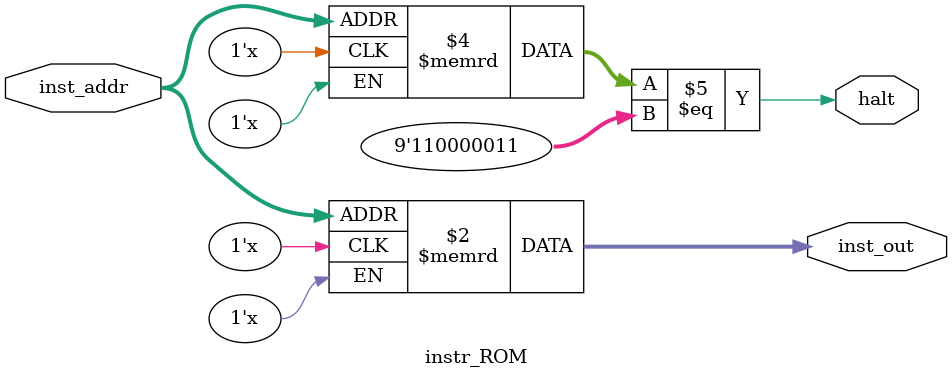
<source format=sv>
module instr_ROM #(parameter A=4, W=9) (
  input       [A-1:0] inst_addr,
  output logic halt,
  output logic[W-1:0] inst_out
  );

  // need $readmemh or $readmemb to initialize all of the elements
  logic[W-1:0] instructions[2**(A)];

  always_comb inst_out = instructions[inst_addr];
  always_comb halt = instructions[inst_addr] == 9'b110_0000_11; // halt instruction

endmodule

</source>
